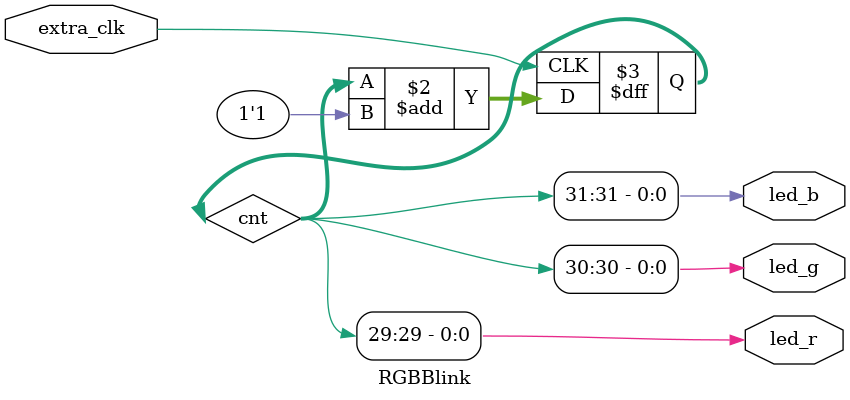
<source format=v>

`timescale 1ns / 1ps

module RGBBlink # (
    parameter LED_NUM       = 1
) (
    input                   extra_clk,
    output [LED_NUM-1:0 ]   led_r,
    output [LED_NUM-1:0 ]   led_g,
    output [LED_NUM-1:0 ]   led_b
);

genvar i;
reg [31:0] cnt;
always @(posedge extra_clk) cnt <= cnt + 1'b1;

generate
    for (i=0; i< LED_NUM; i=i+1) begin: LED_GEN
        assign led_r[i] = cnt[29];
        assign led_g[i] = cnt[30];
        assign led_b[i] = cnt[31];
    end
endgenerate

endmodule

</source>
